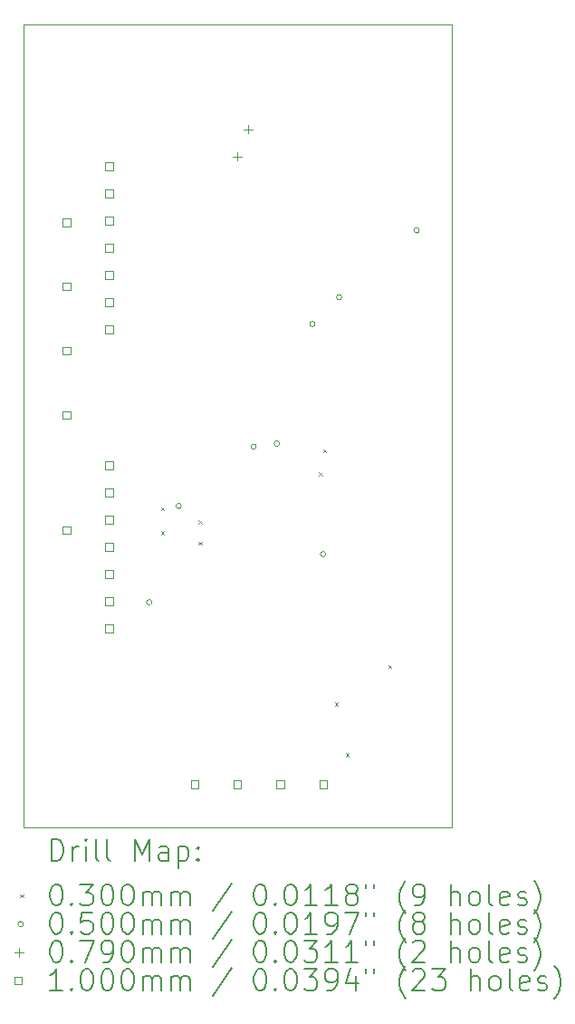
<source format=gbr>
%TF.GenerationSoftware,KiCad,Pcbnew,8.0.4*%
%TF.CreationDate,2024-09-04T02:40:32-04:00*%
%TF.ProjectId,phone_pcb,70686f6e-655f-4706-9362-2e6b69636164,rev?*%
%TF.SameCoordinates,Original*%
%TF.FileFunction,Drillmap*%
%TF.FilePolarity,Positive*%
%FSLAX45Y45*%
G04 Gerber Fmt 4.5, Leading zero omitted, Abs format (unit mm)*
G04 Created by KiCad (PCBNEW 8.0.4) date 2024-09-04 02:40:32*
%MOMM*%
%LPD*%
G01*
G04 APERTURE LIST*
%ADD10C,0.050000*%
%ADD11C,0.200000*%
%ADD12C,0.100000*%
G04 APERTURE END LIST*
D10*
X8975000Y-4975000D02*
X4975000Y-4975000D01*
X4975000Y-12475000D01*
X8975000Y-12475000D01*
X8975000Y-4975000D01*
D11*
D12*
X6260000Y-9485000D02*
X6290000Y-9515000D01*
X6290000Y-9485000D02*
X6260000Y-9515000D01*
X6260000Y-9710000D02*
X6290000Y-9740000D01*
X6290000Y-9710000D02*
X6260000Y-9740000D01*
X6610000Y-9610000D02*
X6640000Y-9640000D01*
X6640000Y-9610000D02*
X6610000Y-9640000D01*
X6610000Y-9810000D02*
X6640000Y-9840000D01*
X6640000Y-9810000D02*
X6610000Y-9840000D01*
X7735000Y-9160000D02*
X7765000Y-9190000D01*
X7765000Y-9160000D02*
X7735000Y-9190000D01*
X7774466Y-8945534D02*
X7804466Y-8975534D01*
X7804466Y-8945534D02*
X7774466Y-8975534D01*
X7885000Y-11310000D02*
X7915000Y-11340000D01*
X7915000Y-11310000D02*
X7885000Y-11340000D01*
X7985000Y-11785000D02*
X8015000Y-11815000D01*
X8015000Y-11785000D02*
X7985000Y-11815000D01*
X8385000Y-10960000D02*
X8415000Y-10990000D01*
X8415000Y-10960000D02*
X8385000Y-10990000D01*
X6175000Y-10375000D02*
G75*
G02*
X6125000Y-10375000I-25000J0D01*
G01*
X6125000Y-10375000D02*
G75*
G02*
X6175000Y-10375000I25000J0D01*
G01*
X6450000Y-9475000D02*
G75*
G02*
X6400000Y-9475000I-25000J0D01*
G01*
X6400000Y-9475000D02*
G75*
G02*
X6450000Y-9475000I25000J0D01*
G01*
X7150000Y-8920000D02*
G75*
G02*
X7100000Y-8920000I-25000J0D01*
G01*
X7100000Y-8920000D02*
G75*
G02*
X7150000Y-8920000I25000J0D01*
G01*
X7367000Y-8892000D02*
G75*
G02*
X7317000Y-8892000I-25000J0D01*
G01*
X7317000Y-8892000D02*
G75*
G02*
X7367000Y-8892000I25000J0D01*
G01*
X7700000Y-7775000D02*
G75*
G02*
X7650000Y-7775000I-25000J0D01*
G01*
X7650000Y-7775000D02*
G75*
G02*
X7700000Y-7775000I25000J0D01*
G01*
X7800000Y-9925000D02*
G75*
G02*
X7750000Y-9925000I-25000J0D01*
G01*
X7750000Y-9925000D02*
G75*
G02*
X7800000Y-9925000I25000J0D01*
G01*
X7950000Y-7525000D02*
G75*
G02*
X7900000Y-7525000I-25000J0D01*
G01*
X7900000Y-7525000D02*
G75*
G02*
X7950000Y-7525000I25000J0D01*
G01*
X8675000Y-6900000D02*
G75*
G02*
X8625000Y-6900000I-25000J0D01*
G01*
X8625000Y-6900000D02*
G75*
G02*
X8675000Y-6900000I25000J0D01*
G01*
X6973000Y-6169500D02*
X6973000Y-6248500D01*
X6933500Y-6209000D02*
X7012500Y-6209000D01*
X7075000Y-5915500D02*
X7075000Y-5994500D01*
X7035500Y-5955000D02*
X7114500Y-5955000D01*
X5410356Y-6860356D02*
X5410356Y-6789644D01*
X5339644Y-6789644D01*
X5339644Y-6860356D01*
X5410356Y-6860356D01*
X5410356Y-7460356D02*
X5410356Y-7389644D01*
X5339644Y-7389644D01*
X5339644Y-7460356D01*
X5410356Y-7460356D01*
X5410356Y-8060356D02*
X5410356Y-7989644D01*
X5339644Y-7989644D01*
X5339644Y-8060356D01*
X5410356Y-8060356D01*
X5410356Y-8660356D02*
X5410356Y-8589644D01*
X5339644Y-8589644D01*
X5339644Y-8660356D01*
X5410356Y-8660356D01*
X5410356Y-9735356D02*
X5410356Y-9664644D01*
X5339644Y-9664644D01*
X5339644Y-9735356D01*
X5410356Y-9735356D01*
X5810356Y-6336356D02*
X5810356Y-6265644D01*
X5739644Y-6265644D01*
X5739644Y-6336356D01*
X5810356Y-6336356D01*
X5810356Y-6590356D02*
X5810356Y-6519644D01*
X5739644Y-6519644D01*
X5739644Y-6590356D01*
X5810356Y-6590356D01*
X5810356Y-6844356D02*
X5810356Y-6773644D01*
X5739644Y-6773644D01*
X5739644Y-6844356D01*
X5810356Y-6844356D01*
X5810356Y-7098356D02*
X5810356Y-7027644D01*
X5739644Y-7027644D01*
X5739644Y-7098356D01*
X5810356Y-7098356D01*
X5810356Y-7352356D02*
X5810356Y-7281644D01*
X5739644Y-7281644D01*
X5739644Y-7352356D01*
X5810356Y-7352356D01*
X5810356Y-7606356D02*
X5810356Y-7535644D01*
X5739644Y-7535644D01*
X5739644Y-7606356D01*
X5810356Y-7606356D01*
X5810356Y-7860356D02*
X5810356Y-7789644D01*
X5739644Y-7789644D01*
X5739644Y-7860356D01*
X5810356Y-7860356D01*
X5810356Y-9130356D02*
X5810356Y-9059644D01*
X5739644Y-9059644D01*
X5739644Y-9130356D01*
X5810356Y-9130356D01*
X5810356Y-9384356D02*
X5810356Y-9313644D01*
X5739644Y-9313644D01*
X5739644Y-9384356D01*
X5810356Y-9384356D01*
X5810356Y-9638356D02*
X5810356Y-9567644D01*
X5739644Y-9567644D01*
X5739644Y-9638356D01*
X5810356Y-9638356D01*
X5810356Y-9892356D02*
X5810356Y-9821644D01*
X5739644Y-9821644D01*
X5739644Y-9892356D01*
X5810356Y-9892356D01*
X5810356Y-10146356D02*
X5810356Y-10075644D01*
X5739644Y-10075644D01*
X5739644Y-10146356D01*
X5810356Y-10146356D01*
X5810356Y-10400356D02*
X5810356Y-10329644D01*
X5739644Y-10329644D01*
X5739644Y-10400356D01*
X5810356Y-10400356D01*
X5810356Y-10654356D02*
X5810356Y-10583644D01*
X5739644Y-10583644D01*
X5739644Y-10654356D01*
X5810356Y-10654356D01*
X6610356Y-12110356D02*
X6610356Y-12039644D01*
X6539644Y-12039644D01*
X6539644Y-12110356D01*
X6610356Y-12110356D01*
X7010356Y-12110356D02*
X7010356Y-12039644D01*
X6939644Y-12039644D01*
X6939644Y-12110356D01*
X7010356Y-12110356D01*
X7410356Y-12110356D02*
X7410356Y-12039644D01*
X7339644Y-12039644D01*
X7339644Y-12110356D01*
X7410356Y-12110356D01*
X7810356Y-12110356D02*
X7810356Y-12039644D01*
X7739644Y-12039644D01*
X7739644Y-12110356D01*
X7810356Y-12110356D01*
D11*
X5233277Y-12788984D02*
X5233277Y-12588984D01*
X5233277Y-12588984D02*
X5280896Y-12588984D01*
X5280896Y-12588984D02*
X5309467Y-12598508D01*
X5309467Y-12598508D02*
X5328515Y-12617555D01*
X5328515Y-12617555D02*
X5338039Y-12636603D01*
X5338039Y-12636603D02*
X5347563Y-12674698D01*
X5347563Y-12674698D02*
X5347563Y-12703269D01*
X5347563Y-12703269D02*
X5338039Y-12741365D01*
X5338039Y-12741365D02*
X5328515Y-12760412D01*
X5328515Y-12760412D02*
X5309467Y-12779460D01*
X5309467Y-12779460D02*
X5280896Y-12788984D01*
X5280896Y-12788984D02*
X5233277Y-12788984D01*
X5433277Y-12788984D02*
X5433277Y-12655650D01*
X5433277Y-12693746D02*
X5442801Y-12674698D01*
X5442801Y-12674698D02*
X5452324Y-12665174D01*
X5452324Y-12665174D02*
X5471372Y-12655650D01*
X5471372Y-12655650D02*
X5490420Y-12655650D01*
X5557086Y-12788984D02*
X5557086Y-12655650D01*
X5557086Y-12588984D02*
X5547563Y-12598508D01*
X5547563Y-12598508D02*
X5557086Y-12608031D01*
X5557086Y-12608031D02*
X5566610Y-12598508D01*
X5566610Y-12598508D02*
X5557086Y-12588984D01*
X5557086Y-12588984D02*
X5557086Y-12608031D01*
X5680896Y-12788984D02*
X5661848Y-12779460D01*
X5661848Y-12779460D02*
X5652324Y-12760412D01*
X5652324Y-12760412D02*
X5652324Y-12588984D01*
X5785658Y-12788984D02*
X5766610Y-12779460D01*
X5766610Y-12779460D02*
X5757086Y-12760412D01*
X5757086Y-12760412D02*
X5757086Y-12588984D01*
X6014229Y-12788984D02*
X6014229Y-12588984D01*
X6014229Y-12588984D02*
X6080896Y-12731841D01*
X6080896Y-12731841D02*
X6147562Y-12588984D01*
X6147562Y-12588984D02*
X6147562Y-12788984D01*
X6328515Y-12788984D02*
X6328515Y-12684222D01*
X6328515Y-12684222D02*
X6318991Y-12665174D01*
X6318991Y-12665174D02*
X6299943Y-12655650D01*
X6299943Y-12655650D02*
X6261848Y-12655650D01*
X6261848Y-12655650D02*
X6242801Y-12665174D01*
X6328515Y-12779460D02*
X6309467Y-12788984D01*
X6309467Y-12788984D02*
X6261848Y-12788984D01*
X6261848Y-12788984D02*
X6242801Y-12779460D01*
X6242801Y-12779460D02*
X6233277Y-12760412D01*
X6233277Y-12760412D02*
X6233277Y-12741365D01*
X6233277Y-12741365D02*
X6242801Y-12722317D01*
X6242801Y-12722317D02*
X6261848Y-12712793D01*
X6261848Y-12712793D02*
X6309467Y-12712793D01*
X6309467Y-12712793D02*
X6328515Y-12703269D01*
X6423753Y-12655650D02*
X6423753Y-12855650D01*
X6423753Y-12665174D02*
X6442801Y-12655650D01*
X6442801Y-12655650D02*
X6480896Y-12655650D01*
X6480896Y-12655650D02*
X6499943Y-12665174D01*
X6499943Y-12665174D02*
X6509467Y-12674698D01*
X6509467Y-12674698D02*
X6518991Y-12693746D01*
X6518991Y-12693746D02*
X6518991Y-12750888D01*
X6518991Y-12750888D02*
X6509467Y-12769936D01*
X6509467Y-12769936D02*
X6499943Y-12779460D01*
X6499943Y-12779460D02*
X6480896Y-12788984D01*
X6480896Y-12788984D02*
X6442801Y-12788984D01*
X6442801Y-12788984D02*
X6423753Y-12779460D01*
X6604705Y-12769936D02*
X6614229Y-12779460D01*
X6614229Y-12779460D02*
X6604705Y-12788984D01*
X6604705Y-12788984D02*
X6595182Y-12779460D01*
X6595182Y-12779460D02*
X6604705Y-12769936D01*
X6604705Y-12769936D02*
X6604705Y-12788984D01*
X6604705Y-12665174D02*
X6614229Y-12674698D01*
X6614229Y-12674698D02*
X6604705Y-12684222D01*
X6604705Y-12684222D02*
X6595182Y-12674698D01*
X6595182Y-12674698D02*
X6604705Y-12665174D01*
X6604705Y-12665174D02*
X6604705Y-12684222D01*
D12*
X4942500Y-13102500D02*
X4972500Y-13132500D01*
X4972500Y-13102500D02*
X4942500Y-13132500D01*
D11*
X5271372Y-13008984D02*
X5290420Y-13008984D01*
X5290420Y-13008984D02*
X5309467Y-13018508D01*
X5309467Y-13018508D02*
X5318991Y-13028031D01*
X5318991Y-13028031D02*
X5328515Y-13047079D01*
X5328515Y-13047079D02*
X5338039Y-13085174D01*
X5338039Y-13085174D02*
X5338039Y-13132793D01*
X5338039Y-13132793D02*
X5328515Y-13170888D01*
X5328515Y-13170888D02*
X5318991Y-13189936D01*
X5318991Y-13189936D02*
X5309467Y-13199460D01*
X5309467Y-13199460D02*
X5290420Y-13208984D01*
X5290420Y-13208984D02*
X5271372Y-13208984D01*
X5271372Y-13208984D02*
X5252324Y-13199460D01*
X5252324Y-13199460D02*
X5242801Y-13189936D01*
X5242801Y-13189936D02*
X5233277Y-13170888D01*
X5233277Y-13170888D02*
X5223753Y-13132793D01*
X5223753Y-13132793D02*
X5223753Y-13085174D01*
X5223753Y-13085174D02*
X5233277Y-13047079D01*
X5233277Y-13047079D02*
X5242801Y-13028031D01*
X5242801Y-13028031D02*
X5252324Y-13018508D01*
X5252324Y-13018508D02*
X5271372Y-13008984D01*
X5423753Y-13189936D02*
X5433277Y-13199460D01*
X5433277Y-13199460D02*
X5423753Y-13208984D01*
X5423753Y-13208984D02*
X5414229Y-13199460D01*
X5414229Y-13199460D02*
X5423753Y-13189936D01*
X5423753Y-13189936D02*
X5423753Y-13208984D01*
X5499944Y-13008984D02*
X5623753Y-13008984D01*
X5623753Y-13008984D02*
X5557086Y-13085174D01*
X5557086Y-13085174D02*
X5585658Y-13085174D01*
X5585658Y-13085174D02*
X5604705Y-13094698D01*
X5604705Y-13094698D02*
X5614229Y-13104222D01*
X5614229Y-13104222D02*
X5623753Y-13123269D01*
X5623753Y-13123269D02*
X5623753Y-13170888D01*
X5623753Y-13170888D02*
X5614229Y-13189936D01*
X5614229Y-13189936D02*
X5604705Y-13199460D01*
X5604705Y-13199460D02*
X5585658Y-13208984D01*
X5585658Y-13208984D02*
X5528515Y-13208984D01*
X5528515Y-13208984D02*
X5509467Y-13199460D01*
X5509467Y-13199460D02*
X5499944Y-13189936D01*
X5747562Y-13008984D02*
X5766610Y-13008984D01*
X5766610Y-13008984D02*
X5785658Y-13018508D01*
X5785658Y-13018508D02*
X5795182Y-13028031D01*
X5795182Y-13028031D02*
X5804705Y-13047079D01*
X5804705Y-13047079D02*
X5814229Y-13085174D01*
X5814229Y-13085174D02*
X5814229Y-13132793D01*
X5814229Y-13132793D02*
X5804705Y-13170888D01*
X5804705Y-13170888D02*
X5795182Y-13189936D01*
X5795182Y-13189936D02*
X5785658Y-13199460D01*
X5785658Y-13199460D02*
X5766610Y-13208984D01*
X5766610Y-13208984D02*
X5747562Y-13208984D01*
X5747562Y-13208984D02*
X5728515Y-13199460D01*
X5728515Y-13199460D02*
X5718991Y-13189936D01*
X5718991Y-13189936D02*
X5709467Y-13170888D01*
X5709467Y-13170888D02*
X5699943Y-13132793D01*
X5699943Y-13132793D02*
X5699943Y-13085174D01*
X5699943Y-13085174D02*
X5709467Y-13047079D01*
X5709467Y-13047079D02*
X5718991Y-13028031D01*
X5718991Y-13028031D02*
X5728515Y-13018508D01*
X5728515Y-13018508D02*
X5747562Y-13008984D01*
X5938039Y-13008984D02*
X5957086Y-13008984D01*
X5957086Y-13008984D02*
X5976134Y-13018508D01*
X5976134Y-13018508D02*
X5985658Y-13028031D01*
X5985658Y-13028031D02*
X5995182Y-13047079D01*
X5995182Y-13047079D02*
X6004705Y-13085174D01*
X6004705Y-13085174D02*
X6004705Y-13132793D01*
X6004705Y-13132793D02*
X5995182Y-13170888D01*
X5995182Y-13170888D02*
X5985658Y-13189936D01*
X5985658Y-13189936D02*
X5976134Y-13199460D01*
X5976134Y-13199460D02*
X5957086Y-13208984D01*
X5957086Y-13208984D02*
X5938039Y-13208984D01*
X5938039Y-13208984D02*
X5918991Y-13199460D01*
X5918991Y-13199460D02*
X5909467Y-13189936D01*
X5909467Y-13189936D02*
X5899943Y-13170888D01*
X5899943Y-13170888D02*
X5890420Y-13132793D01*
X5890420Y-13132793D02*
X5890420Y-13085174D01*
X5890420Y-13085174D02*
X5899943Y-13047079D01*
X5899943Y-13047079D02*
X5909467Y-13028031D01*
X5909467Y-13028031D02*
X5918991Y-13018508D01*
X5918991Y-13018508D02*
X5938039Y-13008984D01*
X6090420Y-13208984D02*
X6090420Y-13075650D01*
X6090420Y-13094698D02*
X6099943Y-13085174D01*
X6099943Y-13085174D02*
X6118991Y-13075650D01*
X6118991Y-13075650D02*
X6147563Y-13075650D01*
X6147563Y-13075650D02*
X6166610Y-13085174D01*
X6166610Y-13085174D02*
X6176134Y-13104222D01*
X6176134Y-13104222D02*
X6176134Y-13208984D01*
X6176134Y-13104222D02*
X6185658Y-13085174D01*
X6185658Y-13085174D02*
X6204705Y-13075650D01*
X6204705Y-13075650D02*
X6233277Y-13075650D01*
X6233277Y-13075650D02*
X6252324Y-13085174D01*
X6252324Y-13085174D02*
X6261848Y-13104222D01*
X6261848Y-13104222D02*
X6261848Y-13208984D01*
X6357086Y-13208984D02*
X6357086Y-13075650D01*
X6357086Y-13094698D02*
X6366610Y-13085174D01*
X6366610Y-13085174D02*
X6385658Y-13075650D01*
X6385658Y-13075650D02*
X6414229Y-13075650D01*
X6414229Y-13075650D02*
X6433277Y-13085174D01*
X6433277Y-13085174D02*
X6442801Y-13104222D01*
X6442801Y-13104222D02*
X6442801Y-13208984D01*
X6442801Y-13104222D02*
X6452324Y-13085174D01*
X6452324Y-13085174D02*
X6471372Y-13075650D01*
X6471372Y-13075650D02*
X6499943Y-13075650D01*
X6499943Y-13075650D02*
X6518991Y-13085174D01*
X6518991Y-13085174D02*
X6528515Y-13104222D01*
X6528515Y-13104222D02*
X6528515Y-13208984D01*
X6918991Y-12999460D02*
X6747563Y-13256603D01*
X7176134Y-13008984D02*
X7195182Y-13008984D01*
X7195182Y-13008984D02*
X7214229Y-13018508D01*
X7214229Y-13018508D02*
X7223753Y-13028031D01*
X7223753Y-13028031D02*
X7233277Y-13047079D01*
X7233277Y-13047079D02*
X7242801Y-13085174D01*
X7242801Y-13085174D02*
X7242801Y-13132793D01*
X7242801Y-13132793D02*
X7233277Y-13170888D01*
X7233277Y-13170888D02*
X7223753Y-13189936D01*
X7223753Y-13189936D02*
X7214229Y-13199460D01*
X7214229Y-13199460D02*
X7195182Y-13208984D01*
X7195182Y-13208984D02*
X7176134Y-13208984D01*
X7176134Y-13208984D02*
X7157086Y-13199460D01*
X7157086Y-13199460D02*
X7147563Y-13189936D01*
X7147563Y-13189936D02*
X7138039Y-13170888D01*
X7138039Y-13170888D02*
X7128515Y-13132793D01*
X7128515Y-13132793D02*
X7128515Y-13085174D01*
X7128515Y-13085174D02*
X7138039Y-13047079D01*
X7138039Y-13047079D02*
X7147563Y-13028031D01*
X7147563Y-13028031D02*
X7157086Y-13018508D01*
X7157086Y-13018508D02*
X7176134Y-13008984D01*
X7328515Y-13189936D02*
X7338039Y-13199460D01*
X7338039Y-13199460D02*
X7328515Y-13208984D01*
X7328515Y-13208984D02*
X7318991Y-13199460D01*
X7318991Y-13199460D02*
X7328515Y-13189936D01*
X7328515Y-13189936D02*
X7328515Y-13208984D01*
X7461848Y-13008984D02*
X7480896Y-13008984D01*
X7480896Y-13008984D02*
X7499944Y-13018508D01*
X7499944Y-13018508D02*
X7509467Y-13028031D01*
X7509467Y-13028031D02*
X7518991Y-13047079D01*
X7518991Y-13047079D02*
X7528515Y-13085174D01*
X7528515Y-13085174D02*
X7528515Y-13132793D01*
X7528515Y-13132793D02*
X7518991Y-13170888D01*
X7518991Y-13170888D02*
X7509467Y-13189936D01*
X7509467Y-13189936D02*
X7499944Y-13199460D01*
X7499944Y-13199460D02*
X7480896Y-13208984D01*
X7480896Y-13208984D02*
X7461848Y-13208984D01*
X7461848Y-13208984D02*
X7442801Y-13199460D01*
X7442801Y-13199460D02*
X7433277Y-13189936D01*
X7433277Y-13189936D02*
X7423753Y-13170888D01*
X7423753Y-13170888D02*
X7414229Y-13132793D01*
X7414229Y-13132793D02*
X7414229Y-13085174D01*
X7414229Y-13085174D02*
X7423753Y-13047079D01*
X7423753Y-13047079D02*
X7433277Y-13028031D01*
X7433277Y-13028031D02*
X7442801Y-13018508D01*
X7442801Y-13018508D02*
X7461848Y-13008984D01*
X7718991Y-13208984D02*
X7604706Y-13208984D01*
X7661848Y-13208984D02*
X7661848Y-13008984D01*
X7661848Y-13008984D02*
X7642801Y-13037555D01*
X7642801Y-13037555D02*
X7623753Y-13056603D01*
X7623753Y-13056603D02*
X7604706Y-13066127D01*
X7909467Y-13208984D02*
X7795182Y-13208984D01*
X7852325Y-13208984D02*
X7852325Y-13008984D01*
X7852325Y-13008984D02*
X7833277Y-13037555D01*
X7833277Y-13037555D02*
X7814229Y-13056603D01*
X7814229Y-13056603D02*
X7795182Y-13066127D01*
X8023753Y-13094698D02*
X8004706Y-13085174D01*
X8004706Y-13085174D02*
X7995182Y-13075650D01*
X7995182Y-13075650D02*
X7985658Y-13056603D01*
X7985658Y-13056603D02*
X7985658Y-13047079D01*
X7985658Y-13047079D02*
X7995182Y-13028031D01*
X7995182Y-13028031D02*
X8004706Y-13018508D01*
X8004706Y-13018508D02*
X8023753Y-13008984D01*
X8023753Y-13008984D02*
X8061848Y-13008984D01*
X8061848Y-13008984D02*
X8080896Y-13018508D01*
X8080896Y-13018508D02*
X8090420Y-13028031D01*
X8090420Y-13028031D02*
X8099944Y-13047079D01*
X8099944Y-13047079D02*
X8099944Y-13056603D01*
X8099944Y-13056603D02*
X8090420Y-13075650D01*
X8090420Y-13075650D02*
X8080896Y-13085174D01*
X8080896Y-13085174D02*
X8061848Y-13094698D01*
X8061848Y-13094698D02*
X8023753Y-13094698D01*
X8023753Y-13094698D02*
X8004706Y-13104222D01*
X8004706Y-13104222D02*
X7995182Y-13113746D01*
X7995182Y-13113746D02*
X7985658Y-13132793D01*
X7985658Y-13132793D02*
X7985658Y-13170888D01*
X7985658Y-13170888D02*
X7995182Y-13189936D01*
X7995182Y-13189936D02*
X8004706Y-13199460D01*
X8004706Y-13199460D02*
X8023753Y-13208984D01*
X8023753Y-13208984D02*
X8061848Y-13208984D01*
X8061848Y-13208984D02*
X8080896Y-13199460D01*
X8080896Y-13199460D02*
X8090420Y-13189936D01*
X8090420Y-13189936D02*
X8099944Y-13170888D01*
X8099944Y-13170888D02*
X8099944Y-13132793D01*
X8099944Y-13132793D02*
X8090420Y-13113746D01*
X8090420Y-13113746D02*
X8080896Y-13104222D01*
X8080896Y-13104222D02*
X8061848Y-13094698D01*
X8176134Y-13008984D02*
X8176134Y-13047079D01*
X8252325Y-13008984D02*
X8252325Y-13047079D01*
X8547563Y-13285174D02*
X8538039Y-13275650D01*
X8538039Y-13275650D02*
X8518991Y-13247079D01*
X8518991Y-13247079D02*
X8509468Y-13228031D01*
X8509468Y-13228031D02*
X8499944Y-13199460D01*
X8499944Y-13199460D02*
X8490420Y-13151841D01*
X8490420Y-13151841D02*
X8490420Y-13113746D01*
X8490420Y-13113746D02*
X8499944Y-13066127D01*
X8499944Y-13066127D02*
X8509468Y-13037555D01*
X8509468Y-13037555D02*
X8518991Y-13018508D01*
X8518991Y-13018508D02*
X8538039Y-12989936D01*
X8538039Y-12989936D02*
X8547563Y-12980412D01*
X8633277Y-13208984D02*
X8671372Y-13208984D01*
X8671372Y-13208984D02*
X8690420Y-13199460D01*
X8690420Y-13199460D02*
X8699944Y-13189936D01*
X8699944Y-13189936D02*
X8718991Y-13161365D01*
X8718991Y-13161365D02*
X8728515Y-13123269D01*
X8728515Y-13123269D02*
X8728515Y-13047079D01*
X8728515Y-13047079D02*
X8718991Y-13028031D01*
X8718991Y-13028031D02*
X8709468Y-13018508D01*
X8709468Y-13018508D02*
X8690420Y-13008984D01*
X8690420Y-13008984D02*
X8652325Y-13008984D01*
X8652325Y-13008984D02*
X8633277Y-13018508D01*
X8633277Y-13018508D02*
X8623753Y-13028031D01*
X8623753Y-13028031D02*
X8614230Y-13047079D01*
X8614230Y-13047079D02*
X8614230Y-13094698D01*
X8614230Y-13094698D02*
X8623753Y-13113746D01*
X8623753Y-13113746D02*
X8633277Y-13123269D01*
X8633277Y-13123269D02*
X8652325Y-13132793D01*
X8652325Y-13132793D02*
X8690420Y-13132793D01*
X8690420Y-13132793D02*
X8709468Y-13123269D01*
X8709468Y-13123269D02*
X8718991Y-13113746D01*
X8718991Y-13113746D02*
X8728515Y-13094698D01*
X8966611Y-13208984D02*
X8966611Y-13008984D01*
X9052325Y-13208984D02*
X9052325Y-13104222D01*
X9052325Y-13104222D02*
X9042801Y-13085174D01*
X9042801Y-13085174D02*
X9023753Y-13075650D01*
X9023753Y-13075650D02*
X8995182Y-13075650D01*
X8995182Y-13075650D02*
X8976134Y-13085174D01*
X8976134Y-13085174D02*
X8966611Y-13094698D01*
X9176134Y-13208984D02*
X9157087Y-13199460D01*
X9157087Y-13199460D02*
X9147563Y-13189936D01*
X9147563Y-13189936D02*
X9138039Y-13170888D01*
X9138039Y-13170888D02*
X9138039Y-13113746D01*
X9138039Y-13113746D02*
X9147563Y-13094698D01*
X9147563Y-13094698D02*
X9157087Y-13085174D01*
X9157087Y-13085174D02*
X9176134Y-13075650D01*
X9176134Y-13075650D02*
X9204706Y-13075650D01*
X9204706Y-13075650D02*
X9223753Y-13085174D01*
X9223753Y-13085174D02*
X9233277Y-13094698D01*
X9233277Y-13094698D02*
X9242801Y-13113746D01*
X9242801Y-13113746D02*
X9242801Y-13170888D01*
X9242801Y-13170888D02*
X9233277Y-13189936D01*
X9233277Y-13189936D02*
X9223753Y-13199460D01*
X9223753Y-13199460D02*
X9204706Y-13208984D01*
X9204706Y-13208984D02*
X9176134Y-13208984D01*
X9357087Y-13208984D02*
X9338039Y-13199460D01*
X9338039Y-13199460D02*
X9328515Y-13180412D01*
X9328515Y-13180412D02*
X9328515Y-13008984D01*
X9509468Y-13199460D02*
X9490420Y-13208984D01*
X9490420Y-13208984D02*
X9452325Y-13208984D01*
X9452325Y-13208984D02*
X9433277Y-13199460D01*
X9433277Y-13199460D02*
X9423753Y-13180412D01*
X9423753Y-13180412D02*
X9423753Y-13104222D01*
X9423753Y-13104222D02*
X9433277Y-13085174D01*
X9433277Y-13085174D02*
X9452325Y-13075650D01*
X9452325Y-13075650D02*
X9490420Y-13075650D01*
X9490420Y-13075650D02*
X9509468Y-13085174D01*
X9509468Y-13085174D02*
X9518992Y-13104222D01*
X9518992Y-13104222D02*
X9518992Y-13123269D01*
X9518992Y-13123269D02*
X9423753Y-13142317D01*
X9595182Y-13199460D02*
X9614230Y-13208984D01*
X9614230Y-13208984D02*
X9652325Y-13208984D01*
X9652325Y-13208984D02*
X9671373Y-13199460D01*
X9671373Y-13199460D02*
X9680896Y-13180412D01*
X9680896Y-13180412D02*
X9680896Y-13170888D01*
X9680896Y-13170888D02*
X9671373Y-13151841D01*
X9671373Y-13151841D02*
X9652325Y-13142317D01*
X9652325Y-13142317D02*
X9623753Y-13142317D01*
X9623753Y-13142317D02*
X9604706Y-13132793D01*
X9604706Y-13132793D02*
X9595182Y-13113746D01*
X9595182Y-13113746D02*
X9595182Y-13104222D01*
X9595182Y-13104222D02*
X9604706Y-13085174D01*
X9604706Y-13085174D02*
X9623753Y-13075650D01*
X9623753Y-13075650D02*
X9652325Y-13075650D01*
X9652325Y-13075650D02*
X9671373Y-13085174D01*
X9747563Y-13285174D02*
X9757087Y-13275650D01*
X9757087Y-13275650D02*
X9776134Y-13247079D01*
X9776134Y-13247079D02*
X9785658Y-13228031D01*
X9785658Y-13228031D02*
X9795182Y-13199460D01*
X9795182Y-13199460D02*
X9804706Y-13151841D01*
X9804706Y-13151841D02*
X9804706Y-13113746D01*
X9804706Y-13113746D02*
X9795182Y-13066127D01*
X9795182Y-13066127D02*
X9785658Y-13037555D01*
X9785658Y-13037555D02*
X9776134Y-13018508D01*
X9776134Y-13018508D02*
X9757087Y-12989936D01*
X9757087Y-12989936D02*
X9747563Y-12980412D01*
D12*
X4972500Y-13381500D02*
G75*
G02*
X4922500Y-13381500I-25000J0D01*
G01*
X4922500Y-13381500D02*
G75*
G02*
X4972500Y-13381500I25000J0D01*
G01*
D11*
X5271372Y-13272984D02*
X5290420Y-13272984D01*
X5290420Y-13272984D02*
X5309467Y-13282508D01*
X5309467Y-13282508D02*
X5318991Y-13292031D01*
X5318991Y-13292031D02*
X5328515Y-13311079D01*
X5328515Y-13311079D02*
X5338039Y-13349174D01*
X5338039Y-13349174D02*
X5338039Y-13396793D01*
X5338039Y-13396793D02*
X5328515Y-13434888D01*
X5328515Y-13434888D02*
X5318991Y-13453936D01*
X5318991Y-13453936D02*
X5309467Y-13463460D01*
X5309467Y-13463460D02*
X5290420Y-13472984D01*
X5290420Y-13472984D02*
X5271372Y-13472984D01*
X5271372Y-13472984D02*
X5252324Y-13463460D01*
X5252324Y-13463460D02*
X5242801Y-13453936D01*
X5242801Y-13453936D02*
X5233277Y-13434888D01*
X5233277Y-13434888D02*
X5223753Y-13396793D01*
X5223753Y-13396793D02*
X5223753Y-13349174D01*
X5223753Y-13349174D02*
X5233277Y-13311079D01*
X5233277Y-13311079D02*
X5242801Y-13292031D01*
X5242801Y-13292031D02*
X5252324Y-13282508D01*
X5252324Y-13282508D02*
X5271372Y-13272984D01*
X5423753Y-13453936D02*
X5433277Y-13463460D01*
X5433277Y-13463460D02*
X5423753Y-13472984D01*
X5423753Y-13472984D02*
X5414229Y-13463460D01*
X5414229Y-13463460D02*
X5423753Y-13453936D01*
X5423753Y-13453936D02*
X5423753Y-13472984D01*
X5614229Y-13272984D02*
X5518991Y-13272984D01*
X5518991Y-13272984D02*
X5509467Y-13368222D01*
X5509467Y-13368222D02*
X5518991Y-13358698D01*
X5518991Y-13358698D02*
X5538039Y-13349174D01*
X5538039Y-13349174D02*
X5585658Y-13349174D01*
X5585658Y-13349174D02*
X5604705Y-13358698D01*
X5604705Y-13358698D02*
X5614229Y-13368222D01*
X5614229Y-13368222D02*
X5623753Y-13387269D01*
X5623753Y-13387269D02*
X5623753Y-13434888D01*
X5623753Y-13434888D02*
X5614229Y-13453936D01*
X5614229Y-13453936D02*
X5604705Y-13463460D01*
X5604705Y-13463460D02*
X5585658Y-13472984D01*
X5585658Y-13472984D02*
X5538039Y-13472984D01*
X5538039Y-13472984D02*
X5518991Y-13463460D01*
X5518991Y-13463460D02*
X5509467Y-13453936D01*
X5747562Y-13272984D02*
X5766610Y-13272984D01*
X5766610Y-13272984D02*
X5785658Y-13282508D01*
X5785658Y-13282508D02*
X5795182Y-13292031D01*
X5795182Y-13292031D02*
X5804705Y-13311079D01*
X5804705Y-13311079D02*
X5814229Y-13349174D01*
X5814229Y-13349174D02*
X5814229Y-13396793D01*
X5814229Y-13396793D02*
X5804705Y-13434888D01*
X5804705Y-13434888D02*
X5795182Y-13453936D01*
X5795182Y-13453936D02*
X5785658Y-13463460D01*
X5785658Y-13463460D02*
X5766610Y-13472984D01*
X5766610Y-13472984D02*
X5747562Y-13472984D01*
X5747562Y-13472984D02*
X5728515Y-13463460D01*
X5728515Y-13463460D02*
X5718991Y-13453936D01*
X5718991Y-13453936D02*
X5709467Y-13434888D01*
X5709467Y-13434888D02*
X5699943Y-13396793D01*
X5699943Y-13396793D02*
X5699943Y-13349174D01*
X5699943Y-13349174D02*
X5709467Y-13311079D01*
X5709467Y-13311079D02*
X5718991Y-13292031D01*
X5718991Y-13292031D02*
X5728515Y-13282508D01*
X5728515Y-13282508D02*
X5747562Y-13272984D01*
X5938039Y-13272984D02*
X5957086Y-13272984D01*
X5957086Y-13272984D02*
X5976134Y-13282508D01*
X5976134Y-13282508D02*
X5985658Y-13292031D01*
X5985658Y-13292031D02*
X5995182Y-13311079D01*
X5995182Y-13311079D02*
X6004705Y-13349174D01*
X6004705Y-13349174D02*
X6004705Y-13396793D01*
X6004705Y-13396793D02*
X5995182Y-13434888D01*
X5995182Y-13434888D02*
X5985658Y-13453936D01*
X5985658Y-13453936D02*
X5976134Y-13463460D01*
X5976134Y-13463460D02*
X5957086Y-13472984D01*
X5957086Y-13472984D02*
X5938039Y-13472984D01*
X5938039Y-13472984D02*
X5918991Y-13463460D01*
X5918991Y-13463460D02*
X5909467Y-13453936D01*
X5909467Y-13453936D02*
X5899943Y-13434888D01*
X5899943Y-13434888D02*
X5890420Y-13396793D01*
X5890420Y-13396793D02*
X5890420Y-13349174D01*
X5890420Y-13349174D02*
X5899943Y-13311079D01*
X5899943Y-13311079D02*
X5909467Y-13292031D01*
X5909467Y-13292031D02*
X5918991Y-13282508D01*
X5918991Y-13282508D02*
X5938039Y-13272984D01*
X6090420Y-13472984D02*
X6090420Y-13339650D01*
X6090420Y-13358698D02*
X6099943Y-13349174D01*
X6099943Y-13349174D02*
X6118991Y-13339650D01*
X6118991Y-13339650D02*
X6147563Y-13339650D01*
X6147563Y-13339650D02*
X6166610Y-13349174D01*
X6166610Y-13349174D02*
X6176134Y-13368222D01*
X6176134Y-13368222D02*
X6176134Y-13472984D01*
X6176134Y-13368222D02*
X6185658Y-13349174D01*
X6185658Y-13349174D02*
X6204705Y-13339650D01*
X6204705Y-13339650D02*
X6233277Y-13339650D01*
X6233277Y-13339650D02*
X6252324Y-13349174D01*
X6252324Y-13349174D02*
X6261848Y-13368222D01*
X6261848Y-13368222D02*
X6261848Y-13472984D01*
X6357086Y-13472984D02*
X6357086Y-13339650D01*
X6357086Y-13358698D02*
X6366610Y-13349174D01*
X6366610Y-13349174D02*
X6385658Y-13339650D01*
X6385658Y-13339650D02*
X6414229Y-13339650D01*
X6414229Y-13339650D02*
X6433277Y-13349174D01*
X6433277Y-13349174D02*
X6442801Y-13368222D01*
X6442801Y-13368222D02*
X6442801Y-13472984D01*
X6442801Y-13368222D02*
X6452324Y-13349174D01*
X6452324Y-13349174D02*
X6471372Y-13339650D01*
X6471372Y-13339650D02*
X6499943Y-13339650D01*
X6499943Y-13339650D02*
X6518991Y-13349174D01*
X6518991Y-13349174D02*
X6528515Y-13368222D01*
X6528515Y-13368222D02*
X6528515Y-13472984D01*
X6918991Y-13263460D02*
X6747563Y-13520603D01*
X7176134Y-13272984D02*
X7195182Y-13272984D01*
X7195182Y-13272984D02*
X7214229Y-13282508D01*
X7214229Y-13282508D02*
X7223753Y-13292031D01*
X7223753Y-13292031D02*
X7233277Y-13311079D01*
X7233277Y-13311079D02*
X7242801Y-13349174D01*
X7242801Y-13349174D02*
X7242801Y-13396793D01*
X7242801Y-13396793D02*
X7233277Y-13434888D01*
X7233277Y-13434888D02*
X7223753Y-13453936D01*
X7223753Y-13453936D02*
X7214229Y-13463460D01*
X7214229Y-13463460D02*
X7195182Y-13472984D01*
X7195182Y-13472984D02*
X7176134Y-13472984D01*
X7176134Y-13472984D02*
X7157086Y-13463460D01*
X7157086Y-13463460D02*
X7147563Y-13453936D01*
X7147563Y-13453936D02*
X7138039Y-13434888D01*
X7138039Y-13434888D02*
X7128515Y-13396793D01*
X7128515Y-13396793D02*
X7128515Y-13349174D01*
X7128515Y-13349174D02*
X7138039Y-13311079D01*
X7138039Y-13311079D02*
X7147563Y-13292031D01*
X7147563Y-13292031D02*
X7157086Y-13282508D01*
X7157086Y-13282508D02*
X7176134Y-13272984D01*
X7328515Y-13453936D02*
X7338039Y-13463460D01*
X7338039Y-13463460D02*
X7328515Y-13472984D01*
X7328515Y-13472984D02*
X7318991Y-13463460D01*
X7318991Y-13463460D02*
X7328515Y-13453936D01*
X7328515Y-13453936D02*
X7328515Y-13472984D01*
X7461848Y-13272984D02*
X7480896Y-13272984D01*
X7480896Y-13272984D02*
X7499944Y-13282508D01*
X7499944Y-13282508D02*
X7509467Y-13292031D01*
X7509467Y-13292031D02*
X7518991Y-13311079D01*
X7518991Y-13311079D02*
X7528515Y-13349174D01*
X7528515Y-13349174D02*
X7528515Y-13396793D01*
X7528515Y-13396793D02*
X7518991Y-13434888D01*
X7518991Y-13434888D02*
X7509467Y-13453936D01*
X7509467Y-13453936D02*
X7499944Y-13463460D01*
X7499944Y-13463460D02*
X7480896Y-13472984D01*
X7480896Y-13472984D02*
X7461848Y-13472984D01*
X7461848Y-13472984D02*
X7442801Y-13463460D01*
X7442801Y-13463460D02*
X7433277Y-13453936D01*
X7433277Y-13453936D02*
X7423753Y-13434888D01*
X7423753Y-13434888D02*
X7414229Y-13396793D01*
X7414229Y-13396793D02*
X7414229Y-13349174D01*
X7414229Y-13349174D02*
X7423753Y-13311079D01*
X7423753Y-13311079D02*
X7433277Y-13292031D01*
X7433277Y-13292031D02*
X7442801Y-13282508D01*
X7442801Y-13282508D02*
X7461848Y-13272984D01*
X7718991Y-13472984D02*
X7604706Y-13472984D01*
X7661848Y-13472984D02*
X7661848Y-13272984D01*
X7661848Y-13272984D02*
X7642801Y-13301555D01*
X7642801Y-13301555D02*
X7623753Y-13320603D01*
X7623753Y-13320603D02*
X7604706Y-13330127D01*
X7814229Y-13472984D02*
X7852325Y-13472984D01*
X7852325Y-13472984D02*
X7871372Y-13463460D01*
X7871372Y-13463460D02*
X7880896Y-13453936D01*
X7880896Y-13453936D02*
X7899944Y-13425365D01*
X7899944Y-13425365D02*
X7909467Y-13387269D01*
X7909467Y-13387269D02*
X7909467Y-13311079D01*
X7909467Y-13311079D02*
X7899944Y-13292031D01*
X7899944Y-13292031D02*
X7890420Y-13282508D01*
X7890420Y-13282508D02*
X7871372Y-13272984D01*
X7871372Y-13272984D02*
X7833277Y-13272984D01*
X7833277Y-13272984D02*
X7814229Y-13282508D01*
X7814229Y-13282508D02*
X7804706Y-13292031D01*
X7804706Y-13292031D02*
X7795182Y-13311079D01*
X7795182Y-13311079D02*
X7795182Y-13358698D01*
X7795182Y-13358698D02*
X7804706Y-13377746D01*
X7804706Y-13377746D02*
X7814229Y-13387269D01*
X7814229Y-13387269D02*
X7833277Y-13396793D01*
X7833277Y-13396793D02*
X7871372Y-13396793D01*
X7871372Y-13396793D02*
X7890420Y-13387269D01*
X7890420Y-13387269D02*
X7899944Y-13377746D01*
X7899944Y-13377746D02*
X7909467Y-13358698D01*
X7976134Y-13272984D02*
X8109467Y-13272984D01*
X8109467Y-13272984D02*
X8023753Y-13472984D01*
X8176134Y-13272984D02*
X8176134Y-13311079D01*
X8252325Y-13272984D02*
X8252325Y-13311079D01*
X8547563Y-13549174D02*
X8538039Y-13539650D01*
X8538039Y-13539650D02*
X8518991Y-13511079D01*
X8518991Y-13511079D02*
X8509468Y-13492031D01*
X8509468Y-13492031D02*
X8499944Y-13463460D01*
X8499944Y-13463460D02*
X8490420Y-13415841D01*
X8490420Y-13415841D02*
X8490420Y-13377746D01*
X8490420Y-13377746D02*
X8499944Y-13330127D01*
X8499944Y-13330127D02*
X8509468Y-13301555D01*
X8509468Y-13301555D02*
X8518991Y-13282508D01*
X8518991Y-13282508D02*
X8538039Y-13253936D01*
X8538039Y-13253936D02*
X8547563Y-13244412D01*
X8652325Y-13358698D02*
X8633277Y-13349174D01*
X8633277Y-13349174D02*
X8623753Y-13339650D01*
X8623753Y-13339650D02*
X8614230Y-13320603D01*
X8614230Y-13320603D02*
X8614230Y-13311079D01*
X8614230Y-13311079D02*
X8623753Y-13292031D01*
X8623753Y-13292031D02*
X8633277Y-13282508D01*
X8633277Y-13282508D02*
X8652325Y-13272984D01*
X8652325Y-13272984D02*
X8690420Y-13272984D01*
X8690420Y-13272984D02*
X8709468Y-13282508D01*
X8709468Y-13282508D02*
X8718991Y-13292031D01*
X8718991Y-13292031D02*
X8728515Y-13311079D01*
X8728515Y-13311079D02*
X8728515Y-13320603D01*
X8728515Y-13320603D02*
X8718991Y-13339650D01*
X8718991Y-13339650D02*
X8709468Y-13349174D01*
X8709468Y-13349174D02*
X8690420Y-13358698D01*
X8690420Y-13358698D02*
X8652325Y-13358698D01*
X8652325Y-13358698D02*
X8633277Y-13368222D01*
X8633277Y-13368222D02*
X8623753Y-13377746D01*
X8623753Y-13377746D02*
X8614230Y-13396793D01*
X8614230Y-13396793D02*
X8614230Y-13434888D01*
X8614230Y-13434888D02*
X8623753Y-13453936D01*
X8623753Y-13453936D02*
X8633277Y-13463460D01*
X8633277Y-13463460D02*
X8652325Y-13472984D01*
X8652325Y-13472984D02*
X8690420Y-13472984D01*
X8690420Y-13472984D02*
X8709468Y-13463460D01*
X8709468Y-13463460D02*
X8718991Y-13453936D01*
X8718991Y-13453936D02*
X8728515Y-13434888D01*
X8728515Y-13434888D02*
X8728515Y-13396793D01*
X8728515Y-13396793D02*
X8718991Y-13377746D01*
X8718991Y-13377746D02*
X8709468Y-13368222D01*
X8709468Y-13368222D02*
X8690420Y-13358698D01*
X8966611Y-13472984D02*
X8966611Y-13272984D01*
X9052325Y-13472984D02*
X9052325Y-13368222D01*
X9052325Y-13368222D02*
X9042801Y-13349174D01*
X9042801Y-13349174D02*
X9023753Y-13339650D01*
X9023753Y-13339650D02*
X8995182Y-13339650D01*
X8995182Y-13339650D02*
X8976134Y-13349174D01*
X8976134Y-13349174D02*
X8966611Y-13358698D01*
X9176134Y-13472984D02*
X9157087Y-13463460D01*
X9157087Y-13463460D02*
X9147563Y-13453936D01*
X9147563Y-13453936D02*
X9138039Y-13434888D01*
X9138039Y-13434888D02*
X9138039Y-13377746D01*
X9138039Y-13377746D02*
X9147563Y-13358698D01*
X9147563Y-13358698D02*
X9157087Y-13349174D01*
X9157087Y-13349174D02*
X9176134Y-13339650D01*
X9176134Y-13339650D02*
X9204706Y-13339650D01*
X9204706Y-13339650D02*
X9223753Y-13349174D01*
X9223753Y-13349174D02*
X9233277Y-13358698D01*
X9233277Y-13358698D02*
X9242801Y-13377746D01*
X9242801Y-13377746D02*
X9242801Y-13434888D01*
X9242801Y-13434888D02*
X9233277Y-13453936D01*
X9233277Y-13453936D02*
X9223753Y-13463460D01*
X9223753Y-13463460D02*
X9204706Y-13472984D01*
X9204706Y-13472984D02*
X9176134Y-13472984D01*
X9357087Y-13472984D02*
X9338039Y-13463460D01*
X9338039Y-13463460D02*
X9328515Y-13444412D01*
X9328515Y-13444412D02*
X9328515Y-13272984D01*
X9509468Y-13463460D02*
X9490420Y-13472984D01*
X9490420Y-13472984D02*
X9452325Y-13472984D01*
X9452325Y-13472984D02*
X9433277Y-13463460D01*
X9433277Y-13463460D02*
X9423753Y-13444412D01*
X9423753Y-13444412D02*
X9423753Y-13368222D01*
X9423753Y-13368222D02*
X9433277Y-13349174D01*
X9433277Y-13349174D02*
X9452325Y-13339650D01*
X9452325Y-13339650D02*
X9490420Y-13339650D01*
X9490420Y-13339650D02*
X9509468Y-13349174D01*
X9509468Y-13349174D02*
X9518992Y-13368222D01*
X9518992Y-13368222D02*
X9518992Y-13387269D01*
X9518992Y-13387269D02*
X9423753Y-13406317D01*
X9595182Y-13463460D02*
X9614230Y-13472984D01*
X9614230Y-13472984D02*
X9652325Y-13472984D01*
X9652325Y-13472984D02*
X9671373Y-13463460D01*
X9671373Y-13463460D02*
X9680896Y-13444412D01*
X9680896Y-13444412D02*
X9680896Y-13434888D01*
X9680896Y-13434888D02*
X9671373Y-13415841D01*
X9671373Y-13415841D02*
X9652325Y-13406317D01*
X9652325Y-13406317D02*
X9623753Y-13406317D01*
X9623753Y-13406317D02*
X9604706Y-13396793D01*
X9604706Y-13396793D02*
X9595182Y-13377746D01*
X9595182Y-13377746D02*
X9595182Y-13368222D01*
X9595182Y-13368222D02*
X9604706Y-13349174D01*
X9604706Y-13349174D02*
X9623753Y-13339650D01*
X9623753Y-13339650D02*
X9652325Y-13339650D01*
X9652325Y-13339650D02*
X9671373Y-13349174D01*
X9747563Y-13549174D02*
X9757087Y-13539650D01*
X9757087Y-13539650D02*
X9776134Y-13511079D01*
X9776134Y-13511079D02*
X9785658Y-13492031D01*
X9785658Y-13492031D02*
X9795182Y-13463460D01*
X9795182Y-13463460D02*
X9804706Y-13415841D01*
X9804706Y-13415841D02*
X9804706Y-13377746D01*
X9804706Y-13377746D02*
X9795182Y-13330127D01*
X9795182Y-13330127D02*
X9785658Y-13301555D01*
X9785658Y-13301555D02*
X9776134Y-13282508D01*
X9776134Y-13282508D02*
X9757087Y-13253936D01*
X9757087Y-13253936D02*
X9747563Y-13244412D01*
D12*
X4933000Y-13606000D02*
X4933000Y-13685000D01*
X4893500Y-13645500D02*
X4972500Y-13645500D01*
D11*
X5271372Y-13536984D02*
X5290420Y-13536984D01*
X5290420Y-13536984D02*
X5309467Y-13546508D01*
X5309467Y-13546508D02*
X5318991Y-13556031D01*
X5318991Y-13556031D02*
X5328515Y-13575079D01*
X5328515Y-13575079D02*
X5338039Y-13613174D01*
X5338039Y-13613174D02*
X5338039Y-13660793D01*
X5338039Y-13660793D02*
X5328515Y-13698888D01*
X5328515Y-13698888D02*
X5318991Y-13717936D01*
X5318991Y-13717936D02*
X5309467Y-13727460D01*
X5309467Y-13727460D02*
X5290420Y-13736984D01*
X5290420Y-13736984D02*
X5271372Y-13736984D01*
X5271372Y-13736984D02*
X5252324Y-13727460D01*
X5252324Y-13727460D02*
X5242801Y-13717936D01*
X5242801Y-13717936D02*
X5233277Y-13698888D01*
X5233277Y-13698888D02*
X5223753Y-13660793D01*
X5223753Y-13660793D02*
X5223753Y-13613174D01*
X5223753Y-13613174D02*
X5233277Y-13575079D01*
X5233277Y-13575079D02*
X5242801Y-13556031D01*
X5242801Y-13556031D02*
X5252324Y-13546508D01*
X5252324Y-13546508D02*
X5271372Y-13536984D01*
X5423753Y-13717936D02*
X5433277Y-13727460D01*
X5433277Y-13727460D02*
X5423753Y-13736984D01*
X5423753Y-13736984D02*
X5414229Y-13727460D01*
X5414229Y-13727460D02*
X5423753Y-13717936D01*
X5423753Y-13717936D02*
X5423753Y-13736984D01*
X5499944Y-13536984D02*
X5633277Y-13536984D01*
X5633277Y-13536984D02*
X5547563Y-13736984D01*
X5718991Y-13736984D02*
X5757086Y-13736984D01*
X5757086Y-13736984D02*
X5776134Y-13727460D01*
X5776134Y-13727460D02*
X5785658Y-13717936D01*
X5785658Y-13717936D02*
X5804705Y-13689365D01*
X5804705Y-13689365D02*
X5814229Y-13651269D01*
X5814229Y-13651269D02*
X5814229Y-13575079D01*
X5814229Y-13575079D02*
X5804705Y-13556031D01*
X5804705Y-13556031D02*
X5795182Y-13546508D01*
X5795182Y-13546508D02*
X5776134Y-13536984D01*
X5776134Y-13536984D02*
X5738039Y-13536984D01*
X5738039Y-13536984D02*
X5718991Y-13546508D01*
X5718991Y-13546508D02*
X5709467Y-13556031D01*
X5709467Y-13556031D02*
X5699943Y-13575079D01*
X5699943Y-13575079D02*
X5699943Y-13622698D01*
X5699943Y-13622698D02*
X5709467Y-13641746D01*
X5709467Y-13641746D02*
X5718991Y-13651269D01*
X5718991Y-13651269D02*
X5738039Y-13660793D01*
X5738039Y-13660793D02*
X5776134Y-13660793D01*
X5776134Y-13660793D02*
X5795182Y-13651269D01*
X5795182Y-13651269D02*
X5804705Y-13641746D01*
X5804705Y-13641746D02*
X5814229Y-13622698D01*
X5938039Y-13536984D02*
X5957086Y-13536984D01*
X5957086Y-13536984D02*
X5976134Y-13546508D01*
X5976134Y-13546508D02*
X5985658Y-13556031D01*
X5985658Y-13556031D02*
X5995182Y-13575079D01*
X5995182Y-13575079D02*
X6004705Y-13613174D01*
X6004705Y-13613174D02*
X6004705Y-13660793D01*
X6004705Y-13660793D02*
X5995182Y-13698888D01*
X5995182Y-13698888D02*
X5985658Y-13717936D01*
X5985658Y-13717936D02*
X5976134Y-13727460D01*
X5976134Y-13727460D02*
X5957086Y-13736984D01*
X5957086Y-13736984D02*
X5938039Y-13736984D01*
X5938039Y-13736984D02*
X5918991Y-13727460D01*
X5918991Y-13727460D02*
X5909467Y-13717936D01*
X5909467Y-13717936D02*
X5899943Y-13698888D01*
X5899943Y-13698888D02*
X5890420Y-13660793D01*
X5890420Y-13660793D02*
X5890420Y-13613174D01*
X5890420Y-13613174D02*
X5899943Y-13575079D01*
X5899943Y-13575079D02*
X5909467Y-13556031D01*
X5909467Y-13556031D02*
X5918991Y-13546508D01*
X5918991Y-13546508D02*
X5938039Y-13536984D01*
X6090420Y-13736984D02*
X6090420Y-13603650D01*
X6090420Y-13622698D02*
X6099943Y-13613174D01*
X6099943Y-13613174D02*
X6118991Y-13603650D01*
X6118991Y-13603650D02*
X6147563Y-13603650D01*
X6147563Y-13603650D02*
X6166610Y-13613174D01*
X6166610Y-13613174D02*
X6176134Y-13632222D01*
X6176134Y-13632222D02*
X6176134Y-13736984D01*
X6176134Y-13632222D02*
X6185658Y-13613174D01*
X6185658Y-13613174D02*
X6204705Y-13603650D01*
X6204705Y-13603650D02*
X6233277Y-13603650D01*
X6233277Y-13603650D02*
X6252324Y-13613174D01*
X6252324Y-13613174D02*
X6261848Y-13632222D01*
X6261848Y-13632222D02*
X6261848Y-13736984D01*
X6357086Y-13736984D02*
X6357086Y-13603650D01*
X6357086Y-13622698D02*
X6366610Y-13613174D01*
X6366610Y-13613174D02*
X6385658Y-13603650D01*
X6385658Y-13603650D02*
X6414229Y-13603650D01*
X6414229Y-13603650D02*
X6433277Y-13613174D01*
X6433277Y-13613174D02*
X6442801Y-13632222D01*
X6442801Y-13632222D02*
X6442801Y-13736984D01*
X6442801Y-13632222D02*
X6452324Y-13613174D01*
X6452324Y-13613174D02*
X6471372Y-13603650D01*
X6471372Y-13603650D02*
X6499943Y-13603650D01*
X6499943Y-13603650D02*
X6518991Y-13613174D01*
X6518991Y-13613174D02*
X6528515Y-13632222D01*
X6528515Y-13632222D02*
X6528515Y-13736984D01*
X6918991Y-13527460D02*
X6747563Y-13784603D01*
X7176134Y-13536984D02*
X7195182Y-13536984D01*
X7195182Y-13536984D02*
X7214229Y-13546508D01*
X7214229Y-13546508D02*
X7223753Y-13556031D01*
X7223753Y-13556031D02*
X7233277Y-13575079D01*
X7233277Y-13575079D02*
X7242801Y-13613174D01*
X7242801Y-13613174D02*
X7242801Y-13660793D01*
X7242801Y-13660793D02*
X7233277Y-13698888D01*
X7233277Y-13698888D02*
X7223753Y-13717936D01*
X7223753Y-13717936D02*
X7214229Y-13727460D01*
X7214229Y-13727460D02*
X7195182Y-13736984D01*
X7195182Y-13736984D02*
X7176134Y-13736984D01*
X7176134Y-13736984D02*
X7157086Y-13727460D01*
X7157086Y-13727460D02*
X7147563Y-13717936D01*
X7147563Y-13717936D02*
X7138039Y-13698888D01*
X7138039Y-13698888D02*
X7128515Y-13660793D01*
X7128515Y-13660793D02*
X7128515Y-13613174D01*
X7128515Y-13613174D02*
X7138039Y-13575079D01*
X7138039Y-13575079D02*
X7147563Y-13556031D01*
X7147563Y-13556031D02*
X7157086Y-13546508D01*
X7157086Y-13546508D02*
X7176134Y-13536984D01*
X7328515Y-13717936D02*
X7338039Y-13727460D01*
X7338039Y-13727460D02*
X7328515Y-13736984D01*
X7328515Y-13736984D02*
X7318991Y-13727460D01*
X7318991Y-13727460D02*
X7328515Y-13717936D01*
X7328515Y-13717936D02*
X7328515Y-13736984D01*
X7461848Y-13536984D02*
X7480896Y-13536984D01*
X7480896Y-13536984D02*
X7499944Y-13546508D01*
X7499944Y-13546508D02*
X7509467Y-13556031D01*
X7509467Y-13556031D02*
X7518991Y-13575079D01*
X7518991Y-13575079D02*
X7528515Y-13613174D01*
X7528515Y-13613174D02*
X7528515Y-13660793D01*
X7528515Y-13660793D02*
X7518991Y-13698888D01*
X7518991Y-13698888D02*
X7509467Y-13717936D01*
X7509467Y-13717936D02*
X7499944Y-13727460D01*
X7499944Y-13727460D02*
X7480896Y-13736984D01*
X7480896Y-13736984D02*
X7461848Y-13736984D01*
X7461848Y-13736984D02*
X7442801Y-13727460D01*
X7442801Y-13727460D02*
X7433277Y-13717936D01*
X7433277Y-13717936D02*
X7423753Y-13698888D01*
X7423753Y-13698888D02*
X7414229Y-13660793D01*
X7414229Y-13660793D02*
X7414229Y-13613174D01*
X7414229Y-13613174D02*
X7423753Y-13575079D01*
X7423753Y-13575079D02*
X7433277Y-13556031D01*
X7433277Y-13556031D02*
X7442801Y-13546508D01*
X7442801Y-13546508D02*
X7461848Y-13536984D01*
X7595182Y-13536984D02*
X7718991Y-13536984D01*
X7718991Y-13536984D02*
X7652325Y-13613174D01*
X7652325Y-13613174D02*
X7680896Y-13613174D01*
X7680896Y-13613174D02*
X7699944Y-13622698D01*
X7699944Y-13622698D02*
X7709467Y-13632222D01*
X7709467Y-13632222D02*
X7718991Y-13651269D01*
X7718991Y-13651269D02*
X7718991Y-13698888D01*
X7718991Y-13698888D02*
X7709467Y-13717936D01*
X7709467Y-13717936D02*
X7699944Y-13727460D01*
X7699944Y-13727460D02*
X7680896Y-13736984D01*
X7680896Y-13736984D02*
X7623753Y-13736984D01*
X7623753Y-13736984D02*
X7604706Y-13727460D01*
X7604706Y-13727460D02*
X7595182Y-13717936D01*
X7909467Y-13736984D02*
X7795182Y-13736984D01*
X7852325Y-13736984D02*
X7852325Y-13536984D01*
X7852325Y-13536984D02*
X7833277Y-13565555D01*
X7833277Y-13565555D02*
X7814229Y-13584603D01*
X7814229Y-13584603D02*
X7795182Y-13594127D01*
X8099944Y-13736984D02*
X7985658Y-13736984D01*
X8042801Y-13736984D02*
X8042801Y-13536984D01*
X8042801Y-13536984D02*
X8023753Y-13565555D01*
X8023753Y-13565555D02*
X8004706Y-13584603D01*
X8004706Y-13584603D02*
X7985658Y-13594127D01*
X8176134Y-13536984D02*
X8176134Y-13575079D01*
X8252325Y-13536984D02*
X8252325Y-13575079D01*
X8547563Y-13813174D02*
X8538039Y-13803650D01*
X8538039Y-13803650D02*
X8518991Y-13775079D01*
X8518991Y-13775079D02*
X8509468Y-13756031D01*
X8509468Y-13756031D02*
X8499944Y-13727460D01*
X8499944Y-13727460D02*
X8490420Y-13679841D01*
X8490420Y-13679841D02*
X8490420Y-13641746D01*
X8490420Y-13641746D02*
X8499944Y-13594127D01*
X8499944Y-13594127D02*
X8509468Y-13565555D01*
X8509468Y-13565555D02*
X8518991Y-13546508D01*
X8518991Y-13546508D02*
X8538039Y-13517936D01*
X8538039Y-13517936D02*
X8547563Y-13508412D01*
X8614230Y-13556031D02*
X8623753Y-13546508D01*
X8623753Y-13546508D02*
X8642801Y-13536984D01*
X8642801Y-13536984D02*
X8690420Y-13536984D01*
X8690420Y-13536984D02*
X8709468Y-13546508D01*
X8709468Y-13546508D02*
X8718991Y-13556031D01*
X8718991Y-13556031D02*
X8728515Y-13575079D01*
X8728515Y-13575079D02*
X8728515Y-13594127D01*
X8728515Y-13594127D02*
X8718991Y-13622698D01*
X8718991Y-13622698D02*
X8604706Y-13736984D01*
X8604706Y-13736984D02*
X8728515Y-13736984D01*
X8966611Y-13736984D02*
X8966611Y-13536984D01*
X9052325Y-13736984D02*
X9052325Y-13632222D01*
X9052325Y-13632222D02*
X9042801Y-13613174D01*
X9042801Y-13613174D02*
X9023753Y-13603650D01*
X9023753Y-13603650D02*
X8995182Y-13603650D01*
X8995182Y-13603650D02*
X8976134Y-13613174D01*
X8976134Y-13613174D02*
X8966611Y-13622698D01*
X9176134Y-13736984D02*
X9157087Y-13727460D01*
X9157087Y-13727460D02*
X9147563Y-13717936D01*
X9147563Y-13717936D02*
X9138039Y-13698888D01*
X9138039Y-13698888D02*
X9138039Y-13641746D01*
X9138039Y-13641746D02*
X9147563Y-13622698D01*
X9147563Y-13622698D02*
X9157087Y-13613174D01*
X9157087Y-13613174D02*
X9176134Y-13603650D01*
X9176134Y-13603650D02*
X9204706Y-13603650D01*
X9204706Y-13603650D02*
X9223753Y-13613174D01*
X9223753Y-13613174D02*
X9233277Y-13622698D01*
X9233277Y-13622698D02*
X9242801Y-13641746D01*
X9242801Y-13641746D02*
X9242801Y-13698888D01*
X9242801Y-13698888D02*
X9233277Y-13717936D01*
X9233277Y-13717936D02*
X9223753Y-13727460D01*
X9223753Y-13727460D02*
X9204706Y-13736984D01*
X9204706Y-13736984D02*
X9176134Y-13736984D01*
X9357087Y-13736984D02*
X9338039Y-13727460D01*
X9338039Y-13727460D02*
X9328515Y-13708412D01*
X9328515Y-13708412D02*
X9328515Y-13536984D01*
X9509468Y-13727460D02*
X9490420Y-13736984D01*
X9490420Y-13736984D02*
X9452325Y-13736984D01*
X9452325Y-13736984D02*
X9433277Y-13727460D01*
X9433277Y-13727460D02*
X9423753Y-13708412D01*
X9423753Y-13708412D02*
X9423753Y-13632222D01*
X9423753Y-13632222D02*
X9433277Y-13613174D01*
X9433277Y-13613174D02*
X9452325Y-13603650D01*
X9452325Y-13603650D02*
X9490420Y-13603650D01*
X9490420Y-13603650D02*
X9509468Y-13613174D01*
X9509468Y-13613174D02*
X9518992Y-13632222D01*
X9518992Y-13632222D02*
X9518992Y-13651269D01*
X9518992Y-13651269D02*
X9423753Y-13670317D01*
X9595182Y-13727460D02*
X9614230Y-13736984D01*
X9614230Y-13736984D02*
X9652325Y-13736984D01*
X9652325Y-13736984D02*
X9671373Y-13727460D01*
X9671373Y-13727460D02*
X9680896Y-13708412D01*
X9680896Y-13708412D02*
X9680896Y-13698888D01*
X9680896Y-13698888D02*
X9671373Y-13679841D01*
X9671373Y-13679841D02*
X9652325Y-13670317D01*
X9652325Y-13670317D02*
X9623753Y-13670317D01*
X9623753Y-13670317D02*
X9604706Y-13660793D01*
X9604706Y-13660793D02*
X9595182Y-13641746D01*
X9595182Y-13641746D02*
X9595182Y-13632222D01*
X9595182Y-13632222D02*
X9604706Y-13613174D01*
X9604706Y-13613174D02*
X9623753Y-13603650D01*
X9623753Y-13603650D02*
X9652325Y-13603650D01*
X9652325Y-13603650D02*
X9671373Y-13613174D01*
X9747563Y-13813174D02*
X9757087Y-13803650D01*
X9757087Y-13803650D02*
X9776134Y-13775079D01*
X9776134Y-13775079D02*
X9785658Y-13756031D01*
X9785658Y-13756031D02*
X9795182Y-13727460D01*
X9795182Y-13727460D02*
X9804706Y-13679841D01*
X9804706Y-13679841D02*
X9804706Y-13641746D01*
X9804706Y-13641746D02*
X9795182Y-13594127D01*
X9795182Y-13594127D02*
X9785658Y-13565555D01*
X9785658Y-13565555D02*
X9776134Y-13546508D01*
X9776134Y-13546508D02*
X9757087Y-13517936D01*
X9757087Y-13517936D02*
X9747563Y-13508412D01*
D12*
X4957856Y-13944856D02*
X4957856Y-13874144D01*
X4887144Y-13874144D01*
X4887144Y-13944856D01*
X4957856Y-13944856D01*
D11*
X5338039Y-14000984D02*
X5223753Y-14000984D01*
X5280896Y-14000984D02*
X5280896Y-13800984D01*
X5280896Y-13800984D02*
X5261848Y-13829555D01*
X5261848Y-13829555D02*
X5242801Y-13848603D01*
X5242801Y-13848603D02*
X5223753Y-13858127D01*
X5423753Y-13981936D02*
X5433277Y-13991460D01*
X5433277Y-13991460D02*
X5423753Y-14000984D01*
X5423753Y-14000984D02*
X5414229Y-13991460D01*
X5414229Y-13991460D02*
X5423753Y-13981936D01*
X5423753Y-13981936D02*
X5423753Y-14000984D01*
X5557086Y-13800984D02*
X5576134Y-13800984D01*
X5576134Y-13800984D02*
X5595182Y-13810508D01*
X5595182Y-13810508D02*
X5604705Y-13820031D01*
X5604705Y-13820031D02*
X5614229Y-13839079D01*
X5614229Y-13839079D02*
X5623753Y-13877174D01*
X5623753Y-13877174D02*
X5623753Y-13924793D01*
X5623753Y-13924793D02*
X5614229Y-13962888D01*
X5614229Y-13962888D02*
X5604705Y-13981936D01*
X5604705Y-13981936D02*
X5595182Y-13991460D01*
X5595182Y-13991460D02*
X5576134Y-14000984D01*
X5576134Y-14000984D02*
X5557086Y-14000984D01*
X5557086Y-14000984D02*
X5538039Y-13991460D01*
X5538039Y-13991460D02*
X5528515Y-13981936D01*
X5528515Y-13981936D02*
X5518991Y-13962888D01*
X5518991Y-13962888D02*
X5509467Y-13924793D01*
X5509467Y-13924793D02*
X5509467Y-13877174D01*
X5509467Y-13877174D02*
X5518991Y-13839079D01*
X5518991Y-13839079D02*
X5528515Y-13820031D01*
X5528515Y-13820031D02*
X5538039Y-13810508D01*
X5538039Y-13810508D02*
X5557086Y-13800984D01*
X5747562Y-13800984D02*
X5766610Y-13800984D01*
X5766610Y-13800984D02*
X5785658Y-13810508D01*
X5785658Y-13810508D02*
X5795182Y-13820031D01*
X5795182Y-13820031D02*
X5804705Y-13839079D01*
X5804705Y-13839079D02*
X5814229Y-13877174D01*
X5814229Y-13877174D02*
X5814229Y-13924793D01*
X5814229Y-13924793D02*
X5804705Y-13962888D01*
X5804705Y-13962888D02*
X5795182Y-13981936D01*
X5795182Y-13981936D02*
X5785658Y-13991460D01*
X5785658Y-13991460D02*
X5766610Y-14000984D01*
X5766610Y-14000984D02*
X5747562Y-14000984D01*
X5747562Y-14000984D02*
X5728515Y-13991460D01*
X5728515Y-13991460D02*
X5718991Y-13981936D01*
X5718991Y-13981936D02*
X5709467Y-13962888D01*
X5709467Y-13962888D02*
X5699943Y-13924793D01*
X5699943Y-13924793D02*
X5699943Y-13877174D01*
X5699943Y-13877174D02*
X5709467Y-13839079D01*
X5709467Y-13839079D02*
X5718991Y-13820031D01*
X5718991Y-13820031D02*
X5728515Y-13810508D01*
X5728515Y-13810508D02*
X5747562Y-13800984D01*
X5938039Y-13800984D02*
X5957086Y-13800984D01*
X5957086Y-13800984D02*
X5976134Y-13810508D01*
X5976134Y-13810508D02*
X5985658Y-13820031D01*
X5985658Y-13820031D02*
X5995182Y-13839079D01*
X5995182Y-13839079D02*
X6004705Y-13877174D01*
X6004705Y-13877174D02*
X6004705Y-13924793D01*
X6004705Y-13924793D02*
X5995182Y-13962888D01*
X5995182Y-13962888D02*
X5985658Y-13981936D01*
X5985658Y-13981936D02*
X5976134Y-13991460D01*
X5976134Y-13991460D02*
X5957086Y-14000984D01*
X5957086Y-14000984D02*
X5938039Y-14000984D01*
X5938039Y-14000984D02*
X5918991Y-13991460D01*
X5918991Y-13991460D02*
X5909467Y-13981936D01*
X5909467Y-13981936D02*
X5899943Y-13962888D01*
X5899943Y-13962888D02*
X5890420Y-13924793D01*
X5890420Y-13924793D02*
X5890420Y-13877174D01*
X5890420Y-13877174D02*
X5899943Y-13839079D01*
X5899943Y-13839079D02*
X5909467Y-13820031D01*
X5909467Y-13820031D02*
X5918991Y-13810508D01*
X5918991Y-13810508D02*
X5938039Y-13800984D01*
X6090420Y-14000984D02*
X6090420Y-13867650D01*
X6090420Y-13886698D02*
X6099943Y-13877174D01*
X6099943Y-13877174D02*
X6118991Y-13867650D01*
X6118991Y-13867650D02*
X6147563Y-13867650D01*
X6147563Y-13867650D02*
X6166610Y-13877174D01*
X6166610Y-13877174D02*
X6176134Y-13896222D01*
X6176134Y-13896222D02*
X6176134Y-14000984D01*
X6176134Y-13896222D02*
X6185658Y-13877174D01*
X6185658Y-13877174D02*
X6204705Y-13867650D01*
X6204705Y-13867650D02*
X6233277Y-13867650D01*
X6233277Y-13867650D02*
X6252324Y-13877174D01*
X6252324Y-13877174D02*
X6261848Y-13896222D01*
X6261848Y-13896222D02*
X6261848Y-14000984D01*
X6357086Y-14000984D02*
X6357086Y-13867650D01*
X6357086Y-13886698D02*
X6366610Y-13877174D01*
X6366610Y-13877174D02*
X6385658Y-13867650D01*
X6385658Y-13867650D02*
X6414229Y-13867650D01*
X6414229Y-13867650D02*
X6433277Y-13877174D01*
X6433277Y-13877174D02*
X6442801Y-13896222D01*
X6442801Y-13896222D02*
X6442801Y-14000984D01*
X6442801Y-13896222D02*
X6452324Y-13877174D01*
X6452324Y-13877174D02*
X6471372Y-13867650D01*
X6471372Y-13867650D02*
X6499943Y-13867650D01*
X6499943Y-13867650D02*
X6518991Y-13877174D01*
X6518991Y-13877174D02*
X6528515Y-13896222D01*
X6528515Y-13896222D02*
X6528515Y-14000984D01*
X6918991Y-13791460D02*
X6747563Y-14048603D01*
X7176134Y-13800984D02*
X7195182Y-13800984D01*
X7195182Y-13800984D02*
X7214229Y-13810508D01*
X7214229Y-13810508D02*
X7223753Y-13820031D01*
X7223753Y-13820031D02*
X7233277Y-13839079D01*
X7233277Y-13839079D02*
X7242801Y-13877174D01*
X7242801Y-13877174D02*
X7242801Y-13924793D01*
X7242801Y-13924793D02*
X7233277Y-13962888D01*
X7233277Y-13962888D02*
X7223753Y-13981936D01*
X7223753Y-13981936D02*
X7214229Y-13991460D01*
X7214229Y-13991460D02*
X7195182Y-14000984D01*
X7195182Y-14000984D02*
X7176134Y-14000984D01*
X7176134Y-14000984D02*
X7157086Y-13991460D01*
X7157086Y-13991460D02*
X7147563Y-13981936D01*
X7147563Y-13981936D02*
X7138039Y-13962888D01*
X7138039Y-13962888D02*
X7128515Y-13924793D01*
X7128515Y-13924793D02*
X7128515Y-13877174D01*
X7128515Y-13877174D02*
X7138039Y-13839079D01*
X7138039Y-13839079D02*
X7147563Y-13820031D01*
X7147563Y-13820031D02*
X7157086Y-13810508D01*
X7157086Y-13810508D02*
X7176134Y-13800984D01*
X7328515Y-13981936D02*
X7338039Y-13991460D01*
X7338039Y-13991460D02*
X7328515Y-14000984D01*
X7328515Y-14000984D02*
X7318991Y-13991460D01*
X7318991Y-13991460D02*
X7328515Y-13981936D01*
X7328515Y-13981936D02*
X7328515Y-14000984D01*
X7461848Y-13800984D02*
X7480896Y-13800984D01*
X7480896Y-13800984D02*
X7499944Y-13810508D01*
X7499944Y-13810508D02*
X7509467Y-13820031D01*
X7509467Y-13820031D02*
X7518991Y-13839079D01*
X7518991Y-13839079D02*
X7528515Y-13877174D01*
X7528515Y-13877174D02*
X7528515Y-13924793D01*
X7528515Y-13924793D02*
X7518991Y-13962888D01*
X7518991Y-13962888D02*
X7509467Y-13981936D01*
X7509467Y-13981936D02*
X7499944Y-13991460D01*
X7499944Y-13991460D02*
X7480896Y-14000984D01*
X7480896Y-14000984D02*
X7461848Y-14000984D01*
X7461848Y-14000984D02*
X7442801Y-13991460D01*
X7442801Y-13991460D02*
X7433277Y-13981936D01*
X7433277Y-13981936D02*
X7423753Y-13962888D01*
X7423753Y-13962888D02*
X7414229Y-13924793D01*
X7414229Y-13924793D02*
X7414229Y-13877174D01*
X7414229Y-13877174D02*
X7423753Y-13839079D01*
X7423753Y-13839079D02*
X7433277Y-13820031D01*
X7433277Y-13820031D02*
X7442801Y-13810508D01*
X7442801Y-13810508D02*
X7461848Y-13800984D01*
X7595182Y-13800984D02*
X7718991Y-13800984D01*
X7718991Y-13800984D02*
X7652325Y-13877174D01*
X7652325Y-13877174D02*
X7680896Y-13877174D01*
X7680896Y-13877174D02*
X7699944Y-13886698D01*
X7699944Y-13886698D02*
X7709467Y-13896222D01*
X7709467Y-13896222D02*
X7718991Y-13915269D01*
X7718991Y-13915269D02*
X7718991Y-13962888D01*
X7718991Y-13962888D02*
X7709467Y-13981936D01*
X7709467Y-13981936D02*
X7699944Y-13991460D01*
X7699944Y-13991460D02*
X7680896Y-14000984D01*
X7680896Y-14000984D02*
X7623753Y-14000984D01*
X7623753Y-14000984D02*
X7604706Y-13991460D01*
X7604706Y-13991460D02*
X7595182Y-13981936D01*
X7814229Y-14000984D02*
X7852325Y-14000984D01*
X7852325Y-14000984D02*
X7871372Y-13991460D01*
X7871372Y-13991460D02*
X7880896Y-13981936D01*
X7880896Y-13981936D02*
X7899944Y-13953365D01*
X7899944Y-13953365D02*
X7909467Y-13915269D01*
X7909467Y-13915269D02*
X7909467Y-13839079D01*
X7909467Y-13839079D02*
X7899944Y-13820031D01*
X7899944Y-13820031D02*
X7890420Y-13810508D01*
X7890420Y-13810508D02*
X7871372Y-13800984D01*
X7871372Y-13800984D02*
X7833277Y-13800984D01*
X7833277Y-13800984D02*
X7814229Y-13810508D01*
X7814229Y-13810508D02*
X7804706Y-13820031D01*
X7804706Y-13820031D02*
X7795182Y-13839079D01*
X7795182Y-13839079D02*
X7795182Y-13886698D01*
X7795182Y-13886698D02*
X7804706Y-13905746D01*
X7804706Y-13905746D02*
X7814229Y-13915269D01*
X7814229Y-13915269D02*
X7833277Y-13924793D01*
X7833277Y-13924793D02*
X7871372Y-13924793D01*
X7871372Y-13924793D02*
X7890420Y-13915269D01*
X7890420Y-13915269D02*
X7899944Y-13905746D01*
X7899944Y-13905746D02*
X7909467Y-13886698D01*
X8080896Y-13867650D02*
X8080896Y-14000984D01*
X8033277Y-13791460D02*
X7985658Y-13934317D01*
X7985658Y-13934317D02*
X8109467Y-13934317D01*
X8176134Y-13800984D02*
X8176134Y-13839079D01*
X8252325Y-13800984D02*
X8252325Y-13839079D01*
X8547563Y-14077174D02*
X8538039Y-14067650D01*
X8538039Y-14067650D02*
X8518991Y-14039079D01*
X8518991Y-14039079D02*
X8509468Y-14020031D01*
X8509468Y-14020031D02*
X8499944Y-13991460D01*
X8499944Y-13991460D02*
X8490420Y-13943841D01*
X8490420Y-13943841D02*
X8490420Y-13905746D01*
X8490420Y-13905746D02*
X8499944Y-13858127D01*
X8499944Y-13858127D02*
X8509468Y-13829555D01*
X8509468Y-13829555D02*
X8518991Y-13810508D01*
X8518991Y-13810508D02*
X8538039Y-13781936D01*
X8538039Y-13781936D02*
X8547563Y-13772412D01*
X8614230Y-13820031D02*
X8623753Y-13810508D01*
X8623753Y-13810508D02*
X8642801Y-13800984D01*
X8642801Y-13800984D02*
X8690420Y-13800984D01*
X8690420Y-13800984D02*
X8709468Y-13810508D01*
X8709468Y-13810508D02*
X8718991Y-13820031D01*
X8718991Y-13820031D02*
X8728515Y-13839079D01*
X8728515Y-13839079D02*
X8728515Y-13858127D01*
X8728515Y-13858127D02*
X8718991Y-13886698D01*
X8718991Y-13886698D02*
X8604706Y-14000984D01*
X8604706Y-14000984D02*
X8728515Y-14000984D01*
X8795182Y-13800984D02*
X8918991Y-13800984D01*
X8918991Y-13800984D02*
X8852325Y-13877174D01*
X8852325Y-13877174D02*
X8880896Y-13877174D01*
X8880896Y-13877174D02*
X8899944Y-13886698D01*
X8899944Y-13886698D02*
X8909468Y-13896222D01*
X8909468Y-13896222D02*
X8918991Y-13915269D01*
X8918991Y-13915269D02*
X8918991Y-13962888D01*
X8918991Y-13962888D02*
X8909468Y-13981936D01*
X8909468Y-13981936D02*
X8899944Y-13991460D01*
X8899944Y-13991460D02*
X8880896Y-14000984D01*
X8880896Y-14000984D02*
X8823753Y-14000984D01*
X8823753Y-14000984D02*
X8804706Y-13991460D01*
X8804706Y-13991460D02*
X8795182Y-13981936D01*
X9157087Y-14000984D02*
X9157087Y-13800984D01*
X9242801Y-14000984D02*
X9242801Y-13896222D01*
X9242801Y-13896222D02*
X9233277Y-13877174D01*
X9233277Y-13877174D02*
X9214230Y-13867650D01*
X9214230Y-13867650D02*
X9185658Y-13867650D01*
X9185658Y-13867650D02*
X9166611Y-13877174D01*
X9166611Y-13877174D02*
X9157087Y-13886698D01*
X9366611Y-14000984D02*
X9347563Y-13991460D01*
X9347563Y-13991460D02*
X9338039Y-13981936D01*
X9338039Y-13981936D02*
X9328515Y-13962888D01*
X9328515Y-13962888D02*
X9328515Y-13905746D01*
X9328515Y-13905746D02*
X9338039Y-13886698D01*
X9338039Y-13886698D02*
X9347563Y-13877174D01*
X9347563Y-13877174D02*
X9366611Y-13867650D01*
X9366611Y-13867650D02*
X9395182Y-13867650D01*
X9395182Y-13867650D02*
X9414230Y-13877174D01*
X9414230Y-13877174D02*
X9423753Y-13886698D01*
X9423753Y-13886698D02*
X9433277Y-13905746D01*
X9433277Y-13905746D02*
X9433277Y-13962888D01*
X9433277Y-13962888D02*
X9423753Y-13981936D01*
X9423753Y-13981936D02*
X9414230Y-13991460D01*
X9414230Y-13991460D02*
X9395182Y-14000984D01*
X9395182Y-14000984D02*
X9366611Y-14000984D01*
X9547563Y-14000984D02*
X9528515Y-13991460D01*
X9528515Y-13991460D02*
X9518992Y-13972412D01*
X9518992Y-13972412D02*
X9518992Y-13800984D01*
X9699944Y-13991460D02*
X9680896Y-14000984D01*
X9680896Y-14000984D02*
X9642801Y-14000984D01*
X9642801Y-14000984D02*
X9623753Y-13991460D01*
X9623753Y-13991460D02*
X9614230Y-13972412D01*
X9614230Y-13972412D02*
X9614230Y-13896222D01*
X9614230Y-13896222D02*
X9623753Y-13877174D01*
X9623753Y-13877174D02*
X9642801Y-13867650D01*
X9642801Y-13867650D02*
X9680896Y-13867650D01*
X9680896Y-13867650D02*
X9699944Y-13877174D01*
X9699944Y-13877174D02*
X9709468Y-13896222D01*
X9709468Y-13896222D02*
X9709468Y-13915269D01*
X9709468Y-13915269D02*
X9614230Y-13934317D01*
X9785658Y-13991460D02*
X9804706Y-14000984D01*
X9804706Y-14000984D02*
X9842801Y-14000984D01*
X9842801Y-14000984D02*
X9861849Y-13991460D01*
X9861849Y-13991460D02*
X9871373Y-13972412D01*
X9871373Y-13972412D02*
X9871373Y-13962888D01*
X9871373Y-13962888D02*
X9861849Y-13943841D01*
X9861849Y-13943841D02*
X9842801Y-13934317D01*
X9842801Y-13934317D02*
X9814230Y-13934317D01*
X9814230Y-13934317D02*
X9795182Y-13924793D01*
X9795182Y-13924793D02*
X9785658Y-13905746D01*
X9785658Y-13905746D02*
X9785658Y-13896222D01*
X9785658Y-13896222D02*
X9795182Y-13877174D01*
X9795182Y-13877174D02*
X9814230Y-13867650D01*
X9814230Y-13867650D02*
X9842801Y-13867650D01*
X9842801Y-13867650D02*
X9861849Y-13877174D01*
X9938039Y-14077174D02*
X9947563Y-14067650D01*
X9947563Y-14067650D02*
X9966611Y-14039079D01*
X9966611Y-14039079D02*
X9976134Y-14020031D01*
X9976134Y-14020031D02*
X9985658Y-13991460D01*
X9985658Y-13991460D02*
X9995182Y-13943841D01*
X9995182Y-13943841D02*
X9995182Y-13905746D01*
X9995182Y-13905746D02*
X9985658Y-13858127D01*
X9985658Y-13858127D02*
X9976134Y-13829555D01*
X9976134Y-13829555D02*
X9966611Y-13810508D01*
X9966611Y-13810508D02*
X9947563Y-13781936D01*
X9947563Y-13781936D02*
X9938039Y-13772412D01*
M02*

</source>
